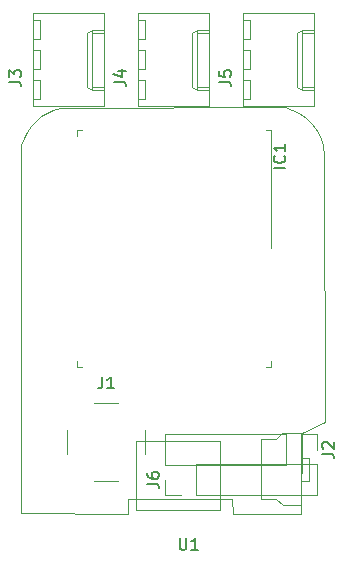
<source format=gto>
G04 #@! TF.FileFunction,Legend,Top*
%FSLAX46Y46*%
G04 Gerber Fmt 4.6, Leading zero omitted, Abs format (unit mm)*
G04 Created by KiCad (PCBNEW 4.0.7) date Fri Oct  5 14:25:14 2018*
%MOMM*%
%LPD*%
G01*
G04 APERTURE LIST*
%ADD10C,0.100000*%
%ADD11C,0.120000*%
%ADD12C,0.150000*%
G04 APERTURE END LIST*
D10*
D11*
X133410000Y-124520000D02*
X133410000Y-121860000D01*
X123190000Y-124520000D02*
X133410000Y-124520000D01*
X123190000Y-121860000D02*
X133410000Y-121860000D01*
X123190000Y-124520000D02*
X123190000Y-121860000D01*
X121920000Y-124520000D02*
X120590000Y-124520000D01*
X120590000Y-124520000D02*
X120590000Y-123190000D01*
D10*
X132102472Y-126132228D02*
X126291180Y-126132228D01*
X126291180Y-126132228D02*
X126264849Y-124848795D01*
X126264849Y-124848795D02*
X117433627Y-124855483D01*
X117433627Y-124855483D02*
X117435603Y-126057736D01*
X117435603Y-126057736D02*
X108354807Y-126031658D01*
X108354807Y-126031658D02*
X108368805Y-94861507D01*
X108368805Y-94861507D02*
X108601616Y-94258714D01*
X108601616Y-94258714D02*
X108885099Y-93713833D01*
X108885099Y-93713833D02*
X109219747Y-93227423D01*
X109219747Y-93227423D02*
X109606047Y-92800048D01*
X109606047Y-92800048D02*
X110044488Y-92432259D01*
X110044488Y-92432259D02*
X110535560Y-92124623D01*
X110535560Y-92124623D02*
X111079750Y-91877690D01*
X111079750Y-91877690D02*
X111677547Y-91692024D01*
X111677547Y-91692024D02*
X130715460Y-91663266D01*
X130715460Y-91663266D02*
X131334824Y-91897259D01*
X131334824Y-91897259D02*
X131923018Y-92181742D01*
X131923018Y-92181742D02*
X132466445Y-92531257D01*
X132466445Y-92531257D02*
X132951503Y-92960342D01*
X132951503Y-92960342D02*
X133364595Y-93483540D01*
X133364595Y-93483540D02*
X133692122Y-94115387D01*
X133692122Y-94115387D02*
X133920482Y-94870425D01*
X133920482Y-94870425D02*
X134036078Y-95763193D01*
X134036078Y-95763193D02*
X134061026Y-118318285D01*
X134061026Y-118318285D02*
X132117480Y-119279181D01*
X132117480Y-119279181D02*
X132087686Y-126087524D01*
X118105350Y-119906451D02*
X125244931Y-119906451D01*
X125244931Y-119906451D02*
X125244931Y-125720188D01*
X125244931Y-125720188D02*
X118105350Y-125720188D01*
X118105350Y-125720188D02*
X118105350Y-119906451D01*
X132028600Y-119257349D02*
X130476378Y-119257349D01*
X130476378Y-119257349D02*
X129947211Y-119786515D01*
X129947211Y-119786515D02*
X128694850Y-119786515D01*
X128694850Y-119786515D02*
X128694850Y-124848876D01*
X128694850Y-124848876D02*
X129982489Y-124848876D01*
X129982489Y-124848876D02*
X130511656Y-125342765D01*
X130511656Y-125342765D02*
X132081517Y-125342765D01*
X132081517Y-125342765D02*
X132028600Y-119257349D01*
X132063878Y-121338738D02*
X132716517Y-121338738D01*
X132716517Y-121338738D02*
X132716517Y-123331932D01*
X132716517Y-123331932D02*
X132099156Y-123331932D01*
D11*
X109375000Y-91540000D02*
X115375000Y-91540000D01*
X115375000Y-91540000D02*
X115375000Y-83720000D01*
X115375000Y-83720000D02*
X109375000Y-83720000D01*
X109375000Y-83720000D02*
X109375000Y-91540000D01*
X115375000Y-90170000D02*
X114375000Y-90170000D01*
X114375000Y-90170000D02*
X114375000Y-85090000D01*
X114375000Y-85090000D02*
X115375000Y-85090000D01*
X114375000Y-90170000D02*
X113945000Y-89920000D01*
X113945000Y-89920000D02*
X113945000Y-85340000D01*
X113945000Y-85340000D02*
X114375000Y-85090000D01*
X115375000Y-89920000D02*
X114375000Y-89920000D01*
X115375000Y-85340000D02*
X114375000Y-85340000D01*
X109375000Y-90970000D02*
X109995000Y-90970000D01*
X109995000Y-90970000D02*
X109995000Y-89370000D01*
X109995000Y-89370000D02*
X109375000Y-89370000D01*
X109375000Y-88430000D02*
X109995000Y-88430000D01*
X109995000Y-88430000D02*
X109995000Y-86830000D01*
X109995000Y-86830000D02*
X109375000Y-86830000D01*
X109375000Y-85890000D02*
X109995000Y-85890000D01*
X109995000Y-85890000D02*
X109995000Y-84290000D01*
X109995000Y-84290000D02*
X109375000Y-84290000D01*
D10*
X129485000Y-93582000D02*
X129485000Y-103582000D01*
X113085000Y-93582000D02*
X113085000Y-94082000D01*
X113485000Y-93582000D02*
X113085000Y-93582000D01*
X113085000Y-113182000D02*
X113085000Y-113682000D01*
X113485000Y-113682000D02*
X113085000Y-113682000D01*
X129485000Y-113182000D02*
X129485000Y-113682000D01*
X129485000Y-113682000D02*
X129085000Y-113682000D01*
X129485000Y-93582000D02*
X129085000Y-93582000D01*
D11*
X114570000Y-116715000D02*
X116570000Y-116715000D01*
X114570000Y-123315000D02*
X116570000Y-123315000D01*
X118870000Y-119015000D02*
X118870000Y-121015000D01*
X112270000Y-119015000D02*
X112270000Y-121015000D01*
X118265000Y-91540000D02*
X124265000Y-91540000D01*
X124265000Y-91540000D02*
X124265000Y-83720000D01*
X124265000Y-83720000D02*
X118265000Y-83720000D01*
X118265000Y-83720000D02*
X118265000Y-91540000D01*
X124265000Y-90170000D02*
X123265000Y-90170000D01*
X123265000Y-90170000D02*
X123265000Y-85090000D01*
X123265000Y-85090000D02*
X124265000Y-85090000D01*
X123265000Y-90170000D02*
X122835000Y-89920000D01*
X122835000Y-89920000D02*
X122835000Y-85340000D01*
X122835000Y-85340000D02*
X123265000Y-85090000D01*
X124265000Y-89920000D02*
X123265000Y-89920000D01*
X124265000Y-85340000D02*
X123265000Y-85340000D01*
X118265000Y-90970000D02*
X118885000Y-90970000D01*
X118885000Y-90970000D02*
X118885000Y-89370000D01*
X118885000Y-89370000D02*
X118265000Y-89370000D01*
X118265000Y-88430000D02*
X118885000Y-88430000D01*
X118885000Y-88430000D02*
X118885000Y-86830000D01*
X118885000Y-86830000D02*
X118265000Y-86830000D01*
X118265000Y-85890000D02*
X118885000Y-85890000D01*
X118885000Y-85890000D02*
X118885000Y-84290000D01*
X118885000Y-84290000D02*
X118265000Y-84290000D01*
X127155000Y-91540000D02*
X133155000Y-91540000D01*
X133155000Y-91540000D02*
X133155000Y-83720000D01*
X133155000Y-83720000D02*
X127155000Y-83720000D01*
X127155000Y-83720000D02*
X127155000Y-91540000D01*
X133155000Y-90170000D02*
X132155000Y-90170000D01*
X132155000Y-90170000D02*
X132155000Y-85090000D01*
X132155000Y-85090000D02*
X133155000Y-85090000D01*
X132155000Y-90170000D02*
X131725000Y-89920000D01*
X131725000Y-89920000D02*
X131725000Y-85340000D01*
X131725000Y-85340000D02*
X132155000Y-85090000D01*
X133155000Y-89920000D02*
X132155000Y-89920000D01*
X133155000Y-85340000D02*
X132155000Y-85340000D01*
X127155000Y-90970000D02*
X127775000Y-90970000D01*
X127775000Y-90970000D02*
X127775000Y-89370000D01*
X127775000Y-89370000D02*
X127155000Y-89370000D01*
X127155000Y-88430000D02*
X127775000Y-88430000D01*
X127775000Y-88430000D02*
X127775000Y-86830000D01*
X127775000Y-86830000D02*
X127155000Y-86830000D01*
X127155000Y-85890000D02*
X127775000Y-85890000D01*
X127775000Y-85890000D02*
X127775000Y-84290000D01*
X127775000Y-84290000D02*
X127155000Y-84290000D01*
X120590000Y-119320000D02*
X120590000Y-121980000D01*
X130810000Y-119320000D02*
X120590000Y-119320000D01*
X130810000Y-121980000D02*
X120590000Y-121980000D01*
X130810000Y-119320000D02*
X130810000Y-121980000D01*
X132080000Y-119320000D02*
X133410000Y-119320000D01*
X133410000Y-119320000D02*
X133410000Y-120650000D01*
D12*
X119042381Y-123523333D02*
X119756667Y-123523333D01*
X119899524Y-123570953D01*
X119994762Y-123666191D01*
X120042381Y-123809048D01*
X120042381Y-123904286D01*
X119042381Y-122618571D02*
X119042381Y-122809048D01*
X119090000Y-122904286D01*
X119137619Y-122951905D01*
X119280476Y-123047143D01*
X119470952Y-123094762D01*
X119851905Y-123094762D01*
X119947143Y-123047143D01*
X119994762Y-122999524D01*
X120042381Y-122904286D01*
X120042381Y-122713809D01*
X119994762Y-122618571D01*
X119947143Y-122570952D01*
X119851905Y-122523333D01*
X119613810Y-122523333D01*
X119518571Y-122570952D01*
X119470952Y-122618571D01*
X119423333Y-122713809D01*
X119423333Y-122904286D01*
X119470952Y-122999524D01*
X119518571Y-123047143D01*
X119613810Y-123094762D01*
X121793095Y-128117381D02*
X121793095Y-128926905D01*
X121840714Y-129022143D01*
X121888333Y-129069762D01*
X121983571Y-129117381D01*
X122174048Y-129117381D01*
X122269286Y-129069762D01*
X122316905Y-129022143D01*
X122364524Y-128926905D01*
X122364524Y-128117381D01*
X123364524Y-129117381D02*
X122793095Y-129117381D01*
X123078809Y-129117381D02*
X123078809Y-128117381D01*
X122983571Y-128260238D01*
X122888333Y-128355476D01*
X122793095Y-128403095D01*
X107347381Y-89503333D02*
X108061667Y-89503333D01*
X108204524Y-89550953D01*
X108299762Y-89646191D01*
X108347381Y-89789048D01*
X108347381Y-89884286D01*
X107347381Y-89122381D02*
X107347381Y-88503333D01*
X107728333Y-88836667D01*
X107728333Y-88693809D01*
X107775952Y-88598571D01*
X107823571Y-88550952D01*
X107918810Y-88503333D01*
X108156905Y-88503333D01*
X108252143Y-88550952D01*
X108299762Y-88598571D01*
X108347381Y-88693809D01*
X108347381Y-88979524D01*
X108299762Y-89074762D01*
X108252143Y-89122381D01*
X130737381Y-96808190D02*
X129737381Y-96808190D01*
X130642143Y-95760571D02*
X130689762Y-95808190D01*
X130737381Y-95951047D01*
X130737381Y-96046285D01*
X130689762Y-96189143D01*
X130594524Y-96284381D01*
X130499286Y-96332000D01*
X130308810Y-96379619D01*
X130165952Y-96379619D01*
X129975476Y-96332000D01*
X129880238Y-96284381D01*
X129785000Y-96189143D01*
X129737381Y-96046285D01*
X129737381Y-95951047D01*
X129785000Y-95808190D01*
X129832619Y-95760571D01*
X130737381Y-94808190D02*
X130737381Y-95379619D01*
X130737381Y-95093905D02*
X129737381Y-95093905D01*
X129880238Y-95189143D01*
X129975476Y-95284381D01*
X130023095Y-95379619D01*
X115236667Y-114467381D02*
X115236667Y-115181667D01*
X115189047Y-115324524D01*
X115093809Y-115419762D01*
X114950952Y-115467381D01*
X114855714Y-115467381D01*
X116236667Y-115467381D02*
X115665238Y-115467381D01*
X115950952Y-115467381D02*
X115950952Y-114467381D01*
X115855714Y-114610238D01*
X115760476Y-114705476D01*
X115665238Y-114753095D01*
X116237381Y-89503333D02*
X116951667Y-89503333D01*
X117094524Y-89550953D01*
X117189762Y-89646191D01*
X117237381Y-89789048D01*
X117237381Y-89884286D01*
X116570714Y-88598571D02*
X117237381Y-88598571D01*
X116189762Y-88836667D02*
X116904048Y-89074762D01*
X116904048Y-88455714D01*
X125127381Y-89503333D02*
X125841667Y-89503333D01*
X125984524Y-89550953D01*
X126079762Y-89646191D01*
X126127381Y-89789048D01*
X126127381Y-89884286D01*
X125127381Y-88550952D02*
X125127381Y-89027143D01*
X125603571Y-89074762D01*
X125555952Y-89027143D01*
X125508333Y-88931905D01*
X125508333Y-88693809D01*
X125555952Y-88598571D01*
X125603571Y-88550952D01*
X125698810Y-88503333D01*
X125936905Y-88503333D01*
X126032143Y-88550952D01*
X126079762Y-88598571D01*
X126127381Y-88693809D01*
X126127381Y-88931905D01*
X126079762Y-89027143D01*
X126032143Y-89074762D01*
X133862381Y-120983333D02*
X134576667Y-120983333D01*
X134719524Y-121030953D01*
X134814762Y-121126191D01*
X134862381Y-121269048D01*
X134862381Y-121364286D01*
X133957619Y-120554762D02*
X133910000Y-120507143D01*
X133862381Y-120411905D01*
X133862381Y-120173809D01*
X133910000Y-120078571D01*
X133957619Y-120030952D01*
X134052857Y-119983333D01*
X134148095Y-119983333D01*
X134290952Y-120030952D01*
X134862381Y-120602381D01*
X134862381Y-119983333D01*
M02*

</source>
